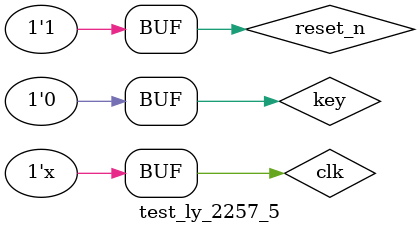
<source format=v>
`timescale 1ns / 1ns   //1ns->10ns
module test_ly_2257_5();
	// 输入
	reg clk;
	reg reset_n;
	reg key;
	// 输出
	wire key_state;
	wire [3:0]Q;
	wire [6:0]codeout;
	wire CO;
 
	ly_2257_5 test (
		.clk(clk), 
		.reset_n(reset_n), 
		.key(key),  
		.key_state(key_state),
		.Q(Q),
		.codeout(codeout),
		.CO(CO)
	);
	
	always #1 clk = ~clk;
		initial 
			begin
				//初始化
				clk = 1'b0;
				reset_n = 1'b0;
				key = 1'b1;
		 
				#200;
				reset_n = 1'b1;//拉高reset_n，结束复位
			end
		
		always 
			begin
				//抖动
				#100000;
				key = 1'b1;
				#100000;
				key = 1'b0;
				#100000;
				key = 1'b1;
				#100000;
				key = 1'b0;
				#100000;
				key = 1'b1;
				#100000;
				key = 1'b0;
				#100000;
				key = 1'b1;
				#100000;
				key = 1'b0;
				#100000;
				key = 1'b1;
				#100000;
				key = 1'b0;
				//稳定
				#(40*100000);
				key = 1'b1;
				//抖动
				#100000;
				key = 1'b0;
				#100000;
				key = 1'b1;
				#100000;
				key = 1'b0;
				#100000;
				key = 1'b1;
				#100000;
				key = 1'b0;
				#100000;
				key = 1'b1;
				#100000;
				key = 1'b0;
				#100000;
				key = 1'b1;
				#100000;
				key = 1'b0;
				#100000;
				key = 1'b1;
				//稳定
				#(40*100000);
				key = 1'b0;
			end	      
endmodule

</source>
